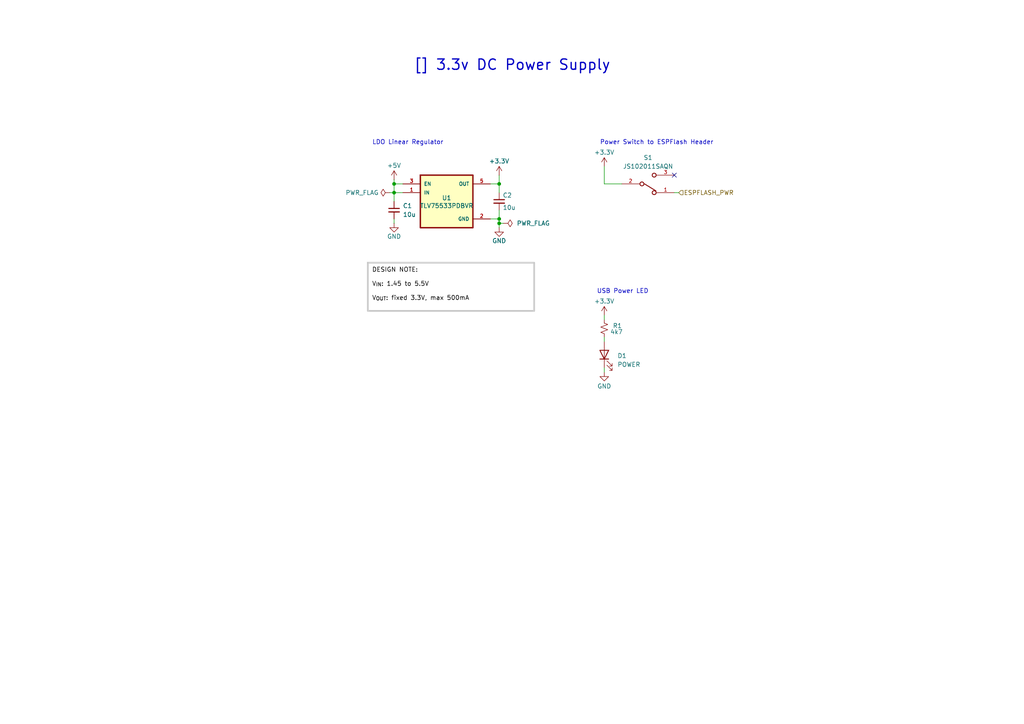
<source format=kicad_sch>
(kicad_sch (version 20250114) (generator "eeschema") (generator_version "9.0")
  (paper "A4")
  (title_block (title "3.3v DC Power Supply") (date "2025-03-20") (rev "1.1") (company "Wattle Labs"))
  (lib_symbols
    (symbol "Device:C_Small" (pin_numbers (hide yes)) (pin_names (offset 0.254) (hide yes))
      (property "Reference" "C" (at 0.254 1.778 0))
      (property "Value" "C_Small" (at 0.254 -2.032 0))
      (symbol "C_Small_0_1"
        (polyline (pts (xy -1.524 0.508) (xy 1.524 0.508)) (stroke (width 0.3048)))
        (polyline (pts (xy -1.524 -0.508) (xy 1.524 -0.508)) (stroke (width 0.3302)))
      )
      (symbol "C_Small_1_1"
        (pin passive line (at 0 2.54 270) (length 2.032) (name "~") (number "1"))
        (pin passive line (at 0 -2.54 90) (length 2.032) (name "~") (number "2"))
      )
    )
    (symbol "Device:R_Small_US" (pin_numbers (hide yes)) (pin_names (offset 0.254) (hide yes))
      (property "Reference" "R" (at 0.762 0.508 0))
      (property "Value" "R_Small_US" (at 0.762 -1.016 0))
      (symbol "R_Small_US_1_1"
        (polyline (pts (xy 0 1.524) (xy 1.016 1.143) (xy 0 0.762) (xy -1.016 0.381) (xy 0 0)))
        (polyline (pts (xy 0 0) (xy 1.016 -0.381) (xy 0 -0.762) (xy -1.016 -1.143) (xy 0 -1.524)))
        (pin passive line (at 0 2.54 270) (length 1.016) (name "~") (number "1"))
        (pin passive line (at 0 -2.54 90) (length 1.016) (name "~") (number "2"))
      )
    )
    (symbol "LED_1" (pin_numbers (hide yes)) (pin_names (offset 1.016) (hide yes))
      (property "Reference" "D" (at 0 2.54 0))
      (property "Value" "LED" (at 0 -2.54 0))
      (symbol "LED_1_0_1"
        (polyline (pts (xy -3.048 -0.762) (xy -4.572 -2.286) (xy -3.81 -2.286) (xy -4.572 -2.286) (xy -4.572 -1.524)))
        (polyline (pts (xy -1.778 -0.762) (xy -3.302 -2.286) (xy -2.54 -2.286) (xy -3.302 -2.286) (xy -3.302 -1.524)))
        (polyline (pts (xy -1.27 0) (xy 1.27 0)))
        (polyline (pts (xy -1.27 -1.27) (xy -1.27 1.27)) (stroke (width 0.254)))
        (polyline (pts (xy 1.27 -1.27) (xy 1.27 1.27) (xy -1.27 0) (xy 1.27 -1.27)) (stroke (width 0.254)))
      )
      (symbol "LED_1_1_1"
        (pin passive line (at -3.81 0 0) (length 2.54) (name "K") (number "1"))
        (pin passive line (at 3.81 0 180) (length 2.54) (name "A") (number "2"))
      )
    )
    (symbol "Wattle_Regulators:TLV75533PDBVR" (pin_names (offset 1.016))
      (property "Reference" "U" (at -7.874 8.128 0))
      (property "Value" "TLV75533PDBVR" (at -7.62 -10.414 0))
      (symbol "TLV75533PDBVR_0_0"
        (rectangle (start -7.62 7.62) (end 7.62 -7.62) (stroke (width 0.41)) (fill (type background)))
        (pin input line (at -12.7 5.08 0) (length 5.08) (name "EN") (number "3"))
        (pin power_in line (at 12.7 -5.08 180) (length 5.08) (name "GND") (number "2"))
      )
      (symbol "TLV75533PDBVR_1_0"
        (pin power_in line (at -12.7 2.54 0) (length 5.08) (name "IN") (number "1"))
        (pin no_connect line (at -12.7 -5.08 0) (length 5.08) (hide yes) (name "NC") (number "4"))
        (pin power_out line (at 12.7 5.08 180) (length 5.08) (name "OUT") (number "5"))
      )
    )
    (symbol "Wattle_Switches:JS102011SAQN" (pin_names (offset 1.016))
      (property "Reference" "S" (at -7.6229 5.0819 0))
      (property "Value" "JS102011SAQN" (at -7.6286 -5.0857 0))
      (symbol "JS102011SAQN_0_0"
        (circle (center -1.778 2.54) (radius 0.568) (stroke (width 0.254)))
        (circle (center -1.778 -2.54) (radius 0.568) (stroke (width 0.254)))
        (polyline (pts (xy 1.016 0) (xy -2.286 2.032)) (stroke (width 0.254)))
        (circle (center 1.778 0) (radius 0.568) (stroke (width 0.254)))
        (pin passive line (at -7.62 2.54 0) (length 5.08) (name "~") (number "1"))
        (pin passive line (at -7.62 -2.54 0) (length 5.08) (name "~") (number "3"))
        (pin passive line (at 7.62 0 180) (length 5.08) (name "~") (number "2"))
      )
    )
    (symbol "power:+3.3V" (power) (pin_numbers (hide yes)) (pin_names (offset 0) (hide yes))
      (property "Value" "+3.3V" (at 0 3.556 0))
      (symbol "+3.3V_0_1"
        (polyline (pts (xy -0.762 1.27) (xy 0 2.54)))
        (polyline (pts (xy 0 2.54) (xy 0.762 1.27)))
        (polyline (pts (xy 0 0) (xy 0 2.54)))
      )
      (symbol "+3.3V_1_1"
        (pin power_in line (at 0 0 90) (length 0) (name "~") (number "1"))
      )
    )
    (symbol "power:+5V" (power) (pin_numbers (hide yes)) (pin_names (offset 0) (hide yes))
      (property "Value" "+5V" (at 0 3.556 0))
      (symbol "+5V_0_1"
        (polyline (pts (xy -0.762 1.27) (xy 0 2.54)))
        (polyline (pts (xy 0 2.54) (xy 0.762 1.27)))
        (polyline (pts (xy 0 0) (xy 0 2.54)))
      )
      (symbol "+5V_1_1"
        (pin power_in line (at 0 0 90) (length 0) (name "~") (number "1"))
      )
    )
    (symbol "power:GND" (power) (pin_numbers (hide yes)) (pin_names (offset 0) (hide yes))
      (property "Value" "GND" (at 0 -3.81 0))
      (symbol "GND_0_1"
        (polyline (pts (xy 0 0) (xy 0 -1.27) (xy 1.27 -1.27) (xy 0 -2.54) (xy -1.27 -1.27) (xy 0 -1.27)))
      )
      (symbol "GND_1_1"
        (pin power_in line (at 0 0 270) (length 0) (name "~") (number "1"))
      )
    )
    (symbol "power:PWR_FLAG" (power) (pin_numbers (hide yes)) (pin_names (offset 0) (hide yes))
      (property "Value" "PWR_FLAG" (at 0 3.81 0))
      (symbol "PWR_FLAG_0_0"
        (pin power_out line (at 0 0 90) (length 0) (name "~") (number "1"))
      )
      (symbol "PWR_FLAG_0_1"
        (polyline (pts (xy 0 0) (xy 0 1.27) (xy -1.016 1.905) (xy 0 2.54) (xy 1.016 1.905) (xy 0 1.27)))
      )
    )
  )
  (text "Power Switch to ESPFlash Header" (at 173.99 40.64 0) (effects (font (size 1.27 1.27) (thickness 0.1588)) (justify left top)))
  (text "LDO Linear Regulator" (at 107.95 40.64 0) (effects (font (size 1.27 1.27) (thickness 0.1588)) (justify left top)))
  (text "USB Power LED" (at 173.101 83.82 0) (effects (font (size 1.27 1.27) (thickness 0.1588)) (justify left top)))
  (text_box "DESIGN NOTE:\n\nV_{IN}: 1.45 to 5.5V\n\nV_{OUT}: fixed 3.3V, max 500mA" (at 106.68 76.2 0) (size 48.26 13.97) (margins 1.2025 1.2025 1.2025 1.2025) (stroke (width 0.5) (color 200 200 200 1)) (effects (font (size 1.27 1.27)) (justify left top)))
  (text_box "[${#}] ${TITLE}" (at 12.065 12.065 0) (size 273.05 13.335) (margins 2.2499 2.2499 2.2499 2.2499) (stroke (width -0.0001)) (effects (font (size 3 3) (thickness 0.375))))
  (junction (at 114.3 55.88))
  (junction (at 144.78 64.77))
  (junction (at 144.78 63.5))
  (junction (at 144.78 53.34))
  (junction (at 114.3 53.34))
  (no_connect (at 195.58 50.8))
  (wire (pts (xy 113.03 55.88) (xy 114.3 55.88)))
  (wire (pts (xy 175.26 97.79) (xy 175.26 99.06)))
  (wire (pts (xy 144.78 64.77) (xy 146.05 64.77)))
  (wire (pts (xy 144.78 64.77) (xy 144.78 63.5)))
  (wire (pts (xy 114.3 53.34) (xy 114.3 52.07)))
  (wire (pts (xy 180.34 53.34) (xy 175.26 53.34)))
  (wire (pts (xy 142.24 63.5) (xy 144.78 63.5)))
  (wire (pts (xy 142.24 53.34) (xy 144.78 53.34)))
  (wire (pts (xy 144.78 53.34) (xy 144.78 55.88)))
  (wire (pts (xy 175.26 91.44) (xy 175.26 92.71)))
  (wire (pts (xy 114.3 55.88) (xy 114.3 58.42)))
  (wire (pts (xy 114.3 55.88) (xy 114.3 53.34)))
  (wire (pts (xy 144.78 60.96) (xy 144.78 63.5)))
  (wire (pts (xy 175.26 106.68) (xy 175.26 107.95)))
  (wire (pts (xy 175.26 53.34) (xy 175.26 48.26)))
  (wire (pts (xy 144.78 50.8) (xy 144.78 53.34)))
  (wire (pts (xy 114.3 63.5) (xy 114.3 64.77)))
  (wire (pts (xy 114.3 53.34) (xy 116.84 53.34)))
  (wire (pts (xy 196.85 55.88) (xy 195.58 55.88)))
  (wire (pts (xy 144.78 66.04) (xy 144.78 64.77)))
  (wire (pts (xy 116.84 55.88) (xy 114.3 55.88)))
  (hierarchical_label "ESPFLASH_PWR" (shape input) (at 196.85 55.88 0))
  (symbol (lib_id "Wattle_Regulators:TLV75533PDBVR") (at 129.54 58.42 0) (unit 1)
    (property "Reference" "U1" (at 129.54 57.404 0))
    (property "Value" "TLV75533PDBVR" (at 129.54 59.69 0))
    (property "Footprint" "Wattle_Regulators:TLV75533PDBVR" (effects (hide yes)))
    (property "Datasheet" "https://www.ti.com/lit/ds/symlink/tlv755p.pdf?HQS=dis-dk-null-digikeymode-dsf-pf-null-wwe&ts=1742351776791&ref_url=https%253A%252F%252Fwww.ti.com%252Fgeneral%252Fdocs%252Fsuppproductinfo.tsp%253FdistId%253D10%2526gotoUrl%253Dhttps%253A%252F%252Fwww.ti.com%252Flit%252Fgpn%252Ftlv755p" (effects (hide yes)))
    (property "Description" "Linear Voltage Regulator IC Positive Fixed 1 Output 500mA SOT-23-5" (effects (hide yes)))
    (property "Digikey_PN" "296-50411-1-ND" (effects (hide yes)))
  )
  (symbol (lib_id "power:GND") (at 175.26 107.95 0) (unit 1)
    (property "Reference" "#PWR05" (effects (hide yes)))
    (property "Value" "GND" (at 175.26 112.014 0))
    (property "Description" "Power symbol creates a global label with name \"GND\" , ground" (effects (hide yes)))
  )
  (symbol (lib_id "power:GND") (at 144.78 66.04 0) (unit 1)
    (property "Reference" "#PWR02" (effects (hide yes)))
    (property "Value" "GND" (at 144.78 69.85 0))
    (property "Description" "Power symbol creates a global label with name \"GND\" , ground" (effects (hide yes)))
  )
  (symbol (lib_id "power:+5V") (at 114.3 52.07 0) (unit 1)
    (property "Reference" "#PWR01" (effects (hide yes)))
    (property "Value" "+5V" (at 114.3 48.006 0))
    (property "Description" "Power symbol creates a global label with name \"+5V\"" (effects (hide yes)))
  )
  (symbol (lib_id "Device:C_Small") (at 144.78 58.42 0) (unit 1)
    (property "Reference" "C2" (at 145.796 56.642 0) (effects (justify left)))
    (property "Value" "10u" (at 145.796 60.198 0) (effects (justify left)))
    (property "Footprint" "Capacitor_SMD:C_0805_2012Metric" (effects (hide yes)))
    (property "Description" "10µF ±10% 16V Ceramic Capacitor X5R 0603 (1608 Metric)" (effects (hide yes)))
    (property "Supplier" "https://www.digikey.co.nz/en/products/detail/samsung-electro-mechanics/CL10A225KO8NNNC/3886698" (effects (hide yes)))
    (property "Digikey_PN" "490-6473-1-ND" (effects (hide yes)))
  )
  (symbol (lib_id "power:PWR_FLAG") (at 146.05 64.77 270) (unit 1)
    (property "Reference" "#FLG02" (effects (hide yes)))
    (property "Value" "PWR_FLAG" (at 149.86 64.7699 90) (effects (justify left)))
    (property "Description" "Special symbol for telling ERC where power comes from" (effects (hide yes)))
  )
  (symbol (lib_id "power:PWR_FLAG") (at 113.03 55.88 90) (unit 1)
    (property "Reference" "#FLG01" (effects (hide yes)))
    (property "Value" "PWR_FLAG" (at 109.855 55.8799 90) (effects (justify left)))
    (property "Description" "Special symbol for telling ERC where power comes from" (effects (hide yes)))
  )
  (symbol (lib_id "Device:R_Small_US") (at 175.26 95.25 180) (unit 1)
    (property "Reference" "R1" (at 179.07 94.488 0))
    (property "Value" "4k7" (at 178.816 96.266 0))
    (property "Footprint" "Resistor_SMD:R_0603_1608Metric" (effects (hide yes)))
    (property "Description" "4.7 kOhms ±5% 0.1W, 1/10W Chip Resistor 0603 (1608 Metric) Thick Film" (effects (hide yes)))
    (property "Digikey_PN" "541-3993-1-ND" (effects (hide yes)))
  )
  (symbol (lib_id "Device:C_Small") (at 114.3 60.96 0) (unit 1)
    (property "Reference" "C1" (at 116.84 59.69 0) (effects (justify left)))
    (property "Value" "10u" (at 116.84 62.23 0) (effects (justify left)))
    (property "Footprint" "Capacitor_SMD:C_0805_2012Metric" (effects (hide yes)))
    (property "Description" "CAP CER 1UF 16V X7R 0603" (effects (hide yes)))
    (property "Supplier" "https://www.digikey.co.nz/en/products/detail/samsung-electro-mechanics/CL10B105KO8NNNC/3886677" (effects (hide yes)))
    (property "Digikey_PN" "490-6473-1-ND" (effects (hide yes)))
  )
  (symbol (lib_name "LED_1") (lib_id "Device:LED") (at 175.26 102.87 90) (unit 1)
    (property "Reference" "D1" (at 179.07 103.1874 90) (effects (justify right)))
    (property "Value" "POWER" (at 179.07 105.7274 90) (effects (justify right)))
    (property "Footprint" "LED_SMD:LED_0603_1608Metric" (effects (hide yes)))
    (property "Description" "Red 625nm LED Indication - Discrete 2V 0603 (1608 Metric)" (effects (hide yes)))
    (property "Digikey_PN" "732-4978-1-ND" (effects (hide yes)))
    (property "Silk" "USB" (effects (hide yes)))
  )
  (symbol (lib_id "power:+3.3V") (at 144.78 50.8 0) (unit 1)
    (property "Reference" "#PWR03" (effects (hide yes)))
    (property "Value" "+3.3V" (at 144.78 46.736 0))
    (property "Description" "Power symbol creates a global label with name \"+3.3V\"" (effects (hide yes)))
  )
  (symbol (lib_id "Wattle_Switches:JS102011SAQN") (at 187.96 53.34 180) (unit 1)
    (property "Reference" "S1" (at 187.96 45.72 0))
    (property "Value" "JS102011SAQN" (at 187.96 48.26 0))
    (property "Footprint" "Wattle_Switches:SW_JS102011SAQN" (effects (hide yes)))
    (property "Description" "Slide Switch SPDT Surface Mount, Right Angle, 300mA, 6V" (effects (hide yes)))
    (property "MANUFACTURER" "C&K" (effects (hide yes)))
    (property "Digikey_PN" "401-1999-1-ND" (effects (hide yes)))
  )
  (symbol (lib_id "power:GND") (at 114.3 64.77 0) (unit 1)
    (property "Reference" "#PWR021" (effects (hide yes)))
    (property "Value" "GND" (at 114.3 68.58 0))
    (property "Description" "Power symbol creates a global label with name \"GND\" , ground" (effects (hide yes)))
  )
  (symbol (lib_id "power:+3.3V") (at 175.26 91.44 0) (unit 1)
    (property "Reference" "#PWR04" (effects (hide yes)))
    (property "Value" "+3.3V" (at 175.26 87.376 0))
    (property "Description" "Power symbol creates a global label with name \"+3.3V\"" (effects (hide yes)))
  )
  (symbol (lib_id "power:+3.3V") (at 175.26 48.26 0) (unit 1)
    (property "Reference" "#PWR022" (effects (hide yes)))
    (property "Value" "+3.3V" (at 175.26 44.196 0))
    (property "Description" "Power symbol creates a global label with name \"+3.3V\"" (effects (hide yes)))
  )
)
</source>
